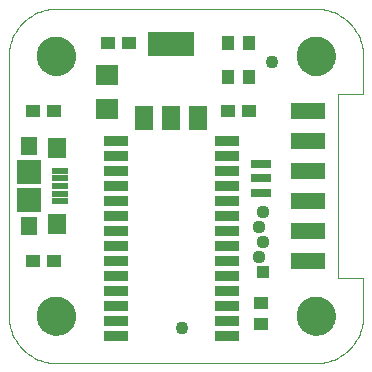
<source format=gts>
G75*
G70*
%OFA0B0*%
%FSLAX24Y24*%
%IPPOS*%
%LPD*%
%AMOC8*
5,1,8,0,0,1.08239X$1,22.5*
%
%ADD10C,0.0000*%
%ADD11C,0.1300*%
%ADD12R,0.0591X0.0670*%
%ADD13R,0.0552X0.0611*%
%ADD14R,0.0788X0.0788*%
%ADD15R,0.0571X0.0197*%
%ADD16R,0.1142X0.0552*%
%ADD17R,0.0827X0.0340*%
%ADD18R,0.0440X0.0440*%
%ADD19C,0.0440*%
%ADD20R,0.0473X0.0434*%
%ADD21R,0.0750X0.0670*%
%ADD22R,0.0434X0.0473*%
%ADD23R,0.0631X0.0827*%
%ADD24R,0.1536X0.0827*%
%ADD25R,0.0709X0.0316*%
%ADD26C,0.0434*%
D10*
X006993Y010471D02*
X015654Y010471D01*
X015024Y012046D02*
X015026Y012096D01*
X015032Y012146D01*
X015042Y012195D01*
X015056Y012243D01*
X015073Y012290D01*
X015094Y012335D01*
X015119Y012379D01*
X015147Y012420D01*
X015179Y012459D01*
X015213Y012496D01*
X015250Y012530D01*
X015290Y012560D01*
X015332Y012587D01*
X015376Y012611D01*
X015422Y012632D01*
X015469Y012648D01*
X015517Y012661D01*
X015567Y012670D01*
X015616Y012675D01*
X015667Y012676D01*
X015717Y012673D01*
X015766Y012666D01*
X015815Y012655D01*
X015863Y012640D01*
X015909Y012622D01*
X015954Y012600D01*
X015997Y012574D01*
X016038Y012545D01*
X016077Y012513D01*
X016113Y012478D01*
X016145Y012440D01*
X016175Y012400D01*
X016202Y012357D01*
X016225Y012313D01*
X016244Y012267D01*
X016260Y012219D01*
X016272Y012170D01*
X016280Y012121D01*
X016284Y012071D01*
X016284Y012021D01*
X016280Y011971D01*
X016272Y011922D01*
X016260Y011873D01*
X016244Y011825D01*
X016225Y011779D01*
X016202Y011735D01*
X016175Y011692D01*
X016145Y011652D01*
X016113Y011614D01*
X016077Y011579D01*
X016038Y011547D01*
X015997Y011518D01*
X015954Y011492D01*
X015909Y011470D01*
X015863Y011452D01*
X015815Y011437D01*
X015766Y011426D01*
X015717Y011419D01*
X015667Y011416D01*
X015616Y011417D01*
X015567Y011422D01*
X015517Y011431D01*
X015469Y011444D01*
X015422Y011460D01*
X015376Y011481D01*
X015332Y011505D01*
X015290Y011532D01*
X015250Y011562D01*
X015213Y011596D01*
X015179Y011633D01*
X015147Y011672D01*
X015119Y011713D01*
X015094Y011757D01*
X015073Y011802D01*
X015056Y011849D01*
X015042Y011897D01*
X015032Y011946D01*
X015026Y011996D01*
X015024Y012046D01*
X015654Y010471D02*
X015731Y010473D01*
X015808Y010479D01*
X015885Y010488D01*
X015961Y010501D01*
X016037Y010518D01*
X016111Y010539D01*
X016185Y010563D01*
X016257Y010591D01*
X016327Y010622D01*
X016396Y010657D01*
X016464Y010695D01*
X016529Y010736D01*
X016592Y010781D01*
X016653Y010829D01*
X016712Y010879D01*
X016768Y010932D01*
X016821Y010988D01*
X016871Y011047D01*
X016919Y011108D01*
X016964Y011171D01*
X017005Y011236D01*
X017043Y011304D01*
X017078Y011373D01*
X017109Y011443D01*
X017137Y011515D01*
X017161Y011589D01*
X017182Y011663D01*
X017199Y011739D01*
X017212Y011815D01*
X017221Y011892D01*
X017227Y011969D01*
X017229Y012046D01*
X017229Y013305D01*
X016404Y013305D01*
X016404Y019447D01*
X017229Y019447D01*
X017229Y020707D01*
X015024Y020707D02*
X015026Y020757D01*
X015032Y020807D01*
X015042Y020856D01*
X015056Y020904D01*
X015073Y020951D01*
X015094Y020996D01*
X015119Y021040D01*
X015147Y021081D01*
X015179Y021120D01*
X015213Y021157D01*
X015250Y021191D01*
X015290Y021221D01*
X015332Y021248D01*
X015376Y021272D01*
X015422Y021293D01*
X015469Y021309D01*
X015517Y021322D01*
X015567Y021331D01*
X015616Y021336D01*
X015667Y021337D01*
X015717Y021334D01*
X015766Y021327D01*
X015815Y021316D01*
X015863Y021301D01*
X015909Y021283D01*
X015954Y021261D01*
X015997Y021235D01*
X016038Y021206D01*
X016077Y021174D01*
X016113Y021139D01*
X016145Y021101D01*
X016175Y021061D01*
X016202Y021018D01*
X016225Y020974D01*
X016244Y020928D01*
X016260Y020880D01*
X016272Y020831D01*
X016280Y020782D01*
X016284Y020732D01*
X016284Y020682D01*
X016280Y020632D01*
X016272Y020583D01*
X016260Y020534D01*
X016244Y020486D01*
X016225Y020440D01*
X016202Y020396D01*
X016175Y020353D01*
X016145Y020313D01*
X016113Y020275D01*
X016077Y020240D01*
X016038Y020208D01*
X015997Y020179D01*
X015954Y020153D01*
X015909Y020131D01*
X015863Y020113D01*
X015815Y020098D01*
X015766Y020087D01*
X015717Y020080D01*
X015667Y020077D01*
X015616Y020078D01*
X015567Y020083D01*
X015517Y020092D01*
X015469Y020105D01*
X015422Y020121D01*
X015376Y020142D01*
X015332Y020166D01*
X015290Y020193D01*
X015250Y020223D01*
X015213Y020257D01*
X015179Y020294D01*
X015147Y020333D01*
X015119Y020374D01*
X015094Y020418D01*
X015073Y020463D01*
X015056Y020510D01*
X015042Y020558D01*
X015032Y020607D01*
X015026Y020657D01*
X015024Y020707D01*
X015654Y022282D02*
X015731Y022280D01*
X015808Y022274D01*
X015885Y022265D01*
X015961Y022252D01*
X016037Y022235D01*
X016111Y022214D01*
X016185Y022190D01*
X016257Y022162D01*
X016327Y022131D01*
X016396Y022096D01*
X016464Y022058D01*
X016529Y022017D01*
X016592Y021972D01*
X016653Y021924D01*
X016712Y021874D01*
X016768Y021821D01*
X016821Y021765D01*
X016871Y021706D01*
X016919Y021645D01*
X016964Y021582D01*
X017005Y021517D01*
X017043Y021449D01*
X017078Y021380D01*
X017109Y021310D01*
X017137Y021238D01*
X017161Y021164D01*
X017182Y021090D01*
X017199Y021014D01*
X017212Y020938D01*
X017221Y020861D01*
X017227Y020784D01*
X017229Y020707D01*
X015654Y022282D02*
X006993Y022282D01*
X006363Y020707D02*
X006365Y020757D01*
X006371Y020807D01*
X006381Y020856D01*
X006395Y020904D01*
X006412Y020951D01*
X006433Y020996D01*
X006458Y021040D01*
X006486Y021081D01*
X006518Y021120D01*
X006552Y021157D01*
X006589Y021191D01*
X006629Y021221D01*
X006671Y021248D01*
X006715Y021272D01*
X006761Y021293D01*
X006808Y021309D01*
X006856Y021322D01*
X006906Y021331D01*
X006955Y021336D01*
X007006Y021337D01*
X007056Y021334D01*
X007105Y021327D01*
X007154Y021316D01*
X007202Y021301D01*
X007248Y021283D01*
X007293Y021261D01*
X007336Y021235D01*
X007377Y021206D01*
X007416Y021174D01*
X007452Y021139D01*
X007484Y021101D01*
X007514Y021061D01*
X007541Y021018D01*
X007564Y020974D01*
X007583Y020928D01*
X007599Y020880D01*
X007611Y020831D01*
X007619Y020782D01*
X007623Y020732D01*
X007623Y020682D01*
X007619Y020632D01*
X007611Y020583D01*
X007599Y020534D01*
X007583Y020486D01*
X007564Y020440D01*
X007541Y020396D01*
X007514Y020353D01*
X007484Y020313D01*
X007452Y020275D01*
X007416Y020240D01*
X007377Y020208D01*
X007336Y020179D01*
X007293Y020153D01*
X007248Y020131D01*
X007202Y020113D01*
X007154Y020098D01*
X007105Y020087D01*
X007056Y020080D01*
X007006Y020077D01*
X006955Y020078D01*
X006906Y020083D01*
X006856Y020092D01*
X006808Y020105D01*
X006761Y020121D01*
X006715Y020142D01*
X006671Y020166D01*
X006629Y020193D01*
X006589Y020223D01*
X006552Y020257D01*
X006518Y020294D01*
X006486Y020333D01*
X006458Y020374D01*
X006433Y020418D01*
X006412Y020463D01*
X006395Y020510D01*
X006381Y020558D01*
X006371Y020607D01*
X006365Y020657D01*
X006363Y020707D01*
X005418Y020707D02*
X005420Y020784D01*
X005426Y020861D01*
X005435Y020938D01*
X005448Y021014D01*
X005465Y021090D01*
X005486Y021164D01*
X005510Y021238D01*
X005538Y021310D01*
X005569Y021380D01*
X005604Y021449D01*
X005642Y021517D01*
X005683Y021582D01*
X005728Y021645D01*
X005776Y021706D01*
X005826Y021765D01*
X005879Y021821D01*
X005935Y021874D01*
X005994Y021924D01*
X006055Y021972D01*
X006118Y022017D01*
X006183Y022058D01*
X006251Y022096D01*
X006320Y022131D01*
X006390Y022162D01*
X006462Y022190D01*
X006536Y022214D01*
X006610Y022235D01*
X006686Y022252D01*
X006762Y022265D01*
X006839Y022274D01*
X006916Y022280D01*
X006993Y022282D01*
X005418Y020707D02*
X005418Y012046D01*
X006363Y012046D02*
X006365Y012096D01*
X006371Y012146D01*
X006381Y012195D01*
X006395Y012243D01*
X006412Y012290D01*
X006433Y012335D01*
X006458Y012379D01*
X006486Y012420D01*
X006518Y012459D01*
X006552Y012496D01*
X006589Y012530D01*
X006629Y012560D01*
X006671Y012587D01*
X006715Y012611D01*
X006761Y012632D01*
X006808Y012648D01*
X006856Y012661D01*
X006906Y012670D01*
X006955Y012675D01*
X007006Y012676D01*
X007056Y012673D01*
X007105Y012666D01*
X007154Y012655D01*
X007202Y012640D01*
X007248Y012622D01*
X007293Y012600D01*
X007336Y012574D01*
X007377Y012545D01*
X007416Y012513D01*
X007452Y012478D01*
X007484Y012440D01*
X007514Y012400D01*
X007541Y012357D01*
X007564Y012313D01*
X007583Y012267D01*
X007599Y012219D01*
X007611Y012170D01*
X007619Y012121D01*
X007623Y012071D01*
X007623Y012021D01*
X007619Y011971D01*
X007611Y011922D01*
X007599Y011873D01*
X007583Y011825D01*
X007564Y011779D01*
X007541Y011735D01*
X007514Y011692D01*
X007484Y011652D01*
X007452Y011614D01*
X007416Y011579D01*
X007377Y011547D01*
X007336Y011518D01*
X007293Y011492D01*
X007248Y011470D01*
X007202Y011452D01*
X007154Y011437D01*
X007105Y011426D01*
X007056Y011419D01*
X007006Y011416D01*
X006955Y011417D01*
X006906Y011422D01*
X006856Y011431D01*
X006808Y011444D01*
X006761Y011460D01*
X006715Y011481D01*
X006671Y011505D01*
X006629Y011532D01*
X006589Y011562D01*
X006552Y011596D01*
X006518Y011633D01*
X006486Y011672D01*
X006458Y011713D01*
X006433Y011757D01*
X006412Y011802D01*
X006395Y011849D01*
X006381Y011897D01*
X006371Y011946D01*
X006365Y011996D01*
X006363Y012046D01*
X005418Y012046D02*
X005420Y011969D01*
X005426Y011892D01*
X005435Y011815D01*
X005448Y011739D01*
X005465Y011663D01*
X005486Y011589D01*
X005510Y011515D01*
X005538Y011443D01*
X005569Y011373D01*
X005604Y011304D01*
X005642Y011236D01*
X005683Y011171D01*
X005728Y011108D01*
X005776Y011047D01*
X005826Y010988D01*
X005879Y010932D01*
X005935Y010879D01*
X005994Y010829D01*
X006055Y010781D01*
X006118Y010736D01*
X006183Y010695D01*
X006251Y010657D01*
X006320Y010622D01*
X006390Y010591D01*
X006462Y010563D01*
X006536Y010539D01*
X006610Y010518D01*
X006686Y010501D01*
X006762Y010488D01*
X006839Y010479D01*
X006916Y010473D01*
X006993Y010471D01*
D11*
X006993Y012046D03*
X006993Y020707D03*
X015654Y020707D03*
X015654Y012046D03*
D12*
X007038Y015116D03*
X007038Y017636D03*
D13*
X006074Y017725D03*
X006074Y015028D03*
D14*
X006074Y015904D03*
X006074Y016849D03*
D15*
X007127Y016888D03*
X007127Y016632D03*
X007127Y016376D03*
X007127Y016120D03*
X007127Y015864D03*
D16*
X015399Y015876D03*
X015399Y016876D03*
X015399Y017876D03*
X015399Y018876D03*
X015399Y014876D03*
X015399Y013876D03*
D17*
X012674Y013876D03*
X012674Y013376D03*
X012674Y012876D03*
X012674Y012376D03*
X012674Y011876D03*
X012674Y011376D03*
X012674Y014376D03*
X012674Y014876D03*
X012674Y015376D03*
X012674Y015876D03*
X012674Y016376D03*
X012674Y016876D03*
X012674Y017376D03*
X012674Y017876D03*
X008973Y017876D03*
X008973Y017376D03*
X008973Y016876D03*
X008973Y016376D03*
X008973Y015876D03*
X008973Y015376D03*
X008973Y014876D03*
X008973Y014376D03*
X008973Y013876D03*
X008973Y013376D03*
X008973Y012876D03*
X008973Y012376D03*
X008973Y011876D03*
X008973Y011376D03*
D18*
X013884Y013501D03*
D19*
X013764Y014001D03*
X013884Y014501D03*
X013764Y015001D03*
X013884Y015501D03*
D20*
X013824Y012461D03*
X013824Y011792D03*
X013408Y018876D03*
X012739Y018876D03*
X009408Y021126D03*
X008739Y021126D03*
X006908Y018876D03*
X006239Y018876D03*
X006239Y013876D03*
X006908Y013876D03*
D21*
X008699Y018941D03*
X008699Y020061D03*
D22*
X012739Y020001D03*
X013408Y020001D03*
X013408Y021126D03*
X012739Y021126D03*
D23*
X011729Y018636D03*
X010824Y018636D03*
X009918Y018636D03*
D24*
X010824Y021116D03*
D25*
X013824Y017099D03*
X013824Y016626D03*
X013824Y016154D03*
D26*
X014199Y020501D03*
X011199Y011626D03*
M02*

</source>
